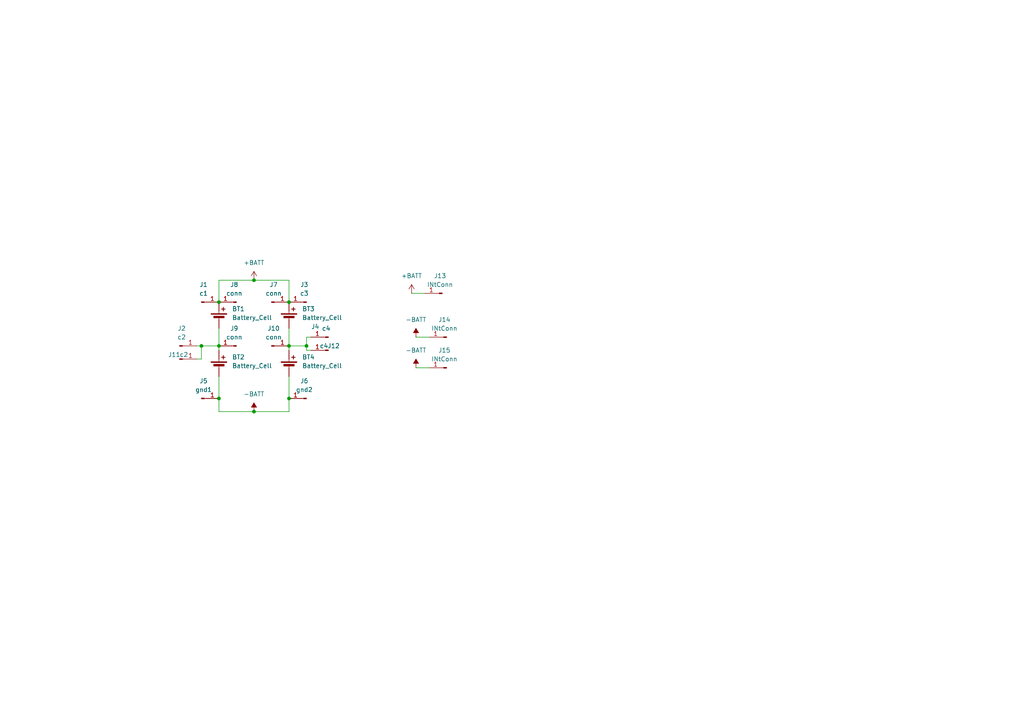
<source format=kicad_sch>
(kicad_sch (version 20250114) (generator "eeschema") (generator_version "9.0")
  (paper "A4")
  (lib_symbols
    (symbol "Connector:Conn_01x01_Pin" (pin_names (offset 1.016) (hide yes))
      (property "Reference" "J" (at 0 2.54 0))
      (property "Value" "Conn_01x01_Pin" (at 0 -2.54 0))
      (symbol "Conn_01x01_Pin_1_1"
        (rectangle (start 0.8636 0.127) (end 0 -0.127) (stroke (width 0.1524)) (fill (type outline)))
        (polyline (pts (xy 1.27 0) (xy 0.8636 0)) (stroke (width 0.1524)))
        (pin passive line (at 5.08 0 180) (length 3.81) (name "Pin_1") (number "1"))
      )
    )
    (symbol "Device:Battery_Cell" (pin_numbers (hide yes)) (pin_names (offset 0) (hide yes))
      (property "Reference" "BT" (at 2.54 2.54 0))
      (property "Value" "Battery_Cell" (at 2.54 0 0))
      (symbol "Battery_Cell_0_1"
        (rectangle (start -2.286 1.778) (end 2.286 1.524) (fill (type outline)))
        (rectangle (start -1.524 1.016) (end 1.524 0.508) (fill (type outline)))
        (polyline (pts (xy 0 1.778) (xy 0 2.54)))
        (polyline (pts (xy 0 0.762) (xy 0 0)))
        (polyline (pts (xy 0.762 3.048) (xy 1.778 3.048)) (stroke (width 0.254)))
        (polyline (pts (xy 1.27 3.556) (xy 1.27 2.54)) (stroke (width 0.254)))
      )
      (symbol "Battery_Cell_1_1"
        (pin passive line (at 0 5.08 270) (length 2.54) (name "+") (number "1"))
        (pin passive line (at 0 -2.54 90) (length 2.54) (name "-") (number "2"))
      )
    )
    (symbol "power:+BATT" (power) (pin_numbers (hide yes)) (pin_names (offset 0) (hide yes))
      (property "Value" "+BATT" (at 0 3.556 0))
      (symbol "+BATT_0_1"
        (polyline (pts (xy -0.762 1.27) (xy 0 2.54)))
        (polyline (pts (xy 0 2.54) (xy 0.762 1.27)))
        (polyline (pts (xy 0 0) (xy 0 2.54)))
      )
      (symbol "+BATT_1_1"
        (pin power_in line (at 0 0 90) (length 0) (name "~") (number "1"))
      )
    )
    (symbol "power:-BATT" (power) (pin_numbers (hide yes)) (pin_names (offset 0) (hide yes))
      (property "Value" "-BATT" (at 0 3.556 0))
      (symbol "-BATT_0_1"
        (polyline (pts (xy 0 0) (xy 0 2.54)))
        (polyline (pts (xy 0.762 1.27) (xy -0.762 1.27) (xy 0 2.54) (xy 0.762 1.27)) (fill (type outline)))
      )
      (symbol "-BATT_1_1"
        (pin power_in line (at 0 0 90) (length 0) (name "~") (number "1"))
      )
    )
  )
  (junction (at 88.9 100.33))
  (junction (at 83.82 115.57))
  (junction (at 63.5 100.33))
  (junction (at 73.66 81.28))
  (junction (at 63.5 115.57))
  (junction (at 83.82 87.63))
  (junction (at 58.42 100.33))
  (junction (at 63.5 87.63))
  (junction (at 83.82 100.33))
  (junction (at 73.66 119.38))
  (wire (pts (xy 88.9 100.33) (xy 83.82 100.33)))
  (wire (pts (xy 73.66 119.38) (xy 83.82 119.38)))
  (wire (pts (xy 119.38 85.09) (xy 123.19 85.09)))
  (wire (pts (xy 83.82 100.33) (xy 83.82 101.6)))
  (wire (pts (xy 83.82 95.25) (xy 83.82 100.33)))
  (wire (pts (xy 83.82 81.28) (xy 83.82 87.63)))
  (wire (pts (xy 63.5 81.28) (xy 63.5 87.63)))
  (wire (pts (xy 63.5 119.38) (xy 73.66 119.38)))
  (wire (pts (xy 63.5 109.22) (xy 63.5 115.57)))
  (wire (pts (xy 63.5 81.28) (xy 73.66 81.28)))
  (wire (pts (xy 63.5 115.57) (xy 63.5 119.38)))
  (wire (pts (xy 90.17 101.6) (xy 88.9 101.6)))
  (wire (pts (xy 120.65 97.79) (xy 124.46 97.79)))
  (wire (pts (xy 88.9 100.33) (xy 88.9 101.6)))
  (wire (pts (xy 57.15 104.14) (xy 58.42 104.14)))
  (wire (pts (xy 63.5 100.33) (xy 63.5 101.6)))
  (wire (pts (xy 120.65 106.68) (xy 124.46 106.68)))
  (wire (pts (xy 58.42 100.33) (xy 63.5 100.33)))
  (wire (pts (xy 57.15 100.33) (xy 58.42 100.33)))
  (wire (pts (xy 58.42 100.33) (xy 58.42 104.14)))
  (wire (pts (xy 90.17 97.79) (xy 88.9 97.79)))
  (wire (pts (xy 63.5 95.25) (xy 63.5 100.33)))
  (wire (pts (xy 83.82 109.22) (xy 83.82 115.57)))
  (wire (pts (xy 88.9 97.79) (xy 88.9 100.33)))
  (wire (pts (xy 83.82 115.57) (xy 83.82 119.38)))
  (wire (pts (xy 73.66 81.28) (xy 83.82 81.28)))
  (symbol (lib_id "Connector:Conn_01x01_Pin") (at 129.54 106.68 0) (mirror y) (unit 1)
    (property "Reference" "J15" (at 128.905 101.6 0))
    (property "Value" "INtConn" (at 128.905 104.14 0))
    (property "Footprint" "MountingHole:MountingHole_2.7mm_M2.5_Pad" (effects (hide yes)))
    (property "Description" "Generic connector, single row, 01x01, script generated" (effects (hide yes)))
  )
  (symbol (lib_id "Connector:Conn_01x01_Pin") (at 88.9 87.63 0) (mirror y) (unit 1)
    (property "Reference" "J3" (at 88.265 82.55 0))
    (property "Value" "c3" (at 88.265 85.09 0))
    (property "Footprint" "TestPoint:TestPoint_Pad_D4.0mm" (effects (hide yes)))
    (property "Description" "Generic connector, single row, 01x01, script generated" (effects (hide yes)))
  )
  (symbol (lib_id "Connector:Conn_01x01_Pin") (at 78.74 87.63 0) (unit 1)
    (property "Reference" "J7" (at 79.375 82.55 0))
    (property "Value" "conn" (at 79.375 85.09 0))
    (property "Footprint" "Connector_PinHeader_1.00mm:PinHeader_1x01_P1.00mm_Horizontal" (effects (hide yes)))
    (property "Description" "Generic connector, single row, 01x01, script generated" (effects (hide yes)))
  )
  (symbol (lib_id "Connector:Conn_01x01_Pin") (at 68.58 100.33 0) (mirror y) (unit 1)
    (property "Reference" "J9" (at 67.945 95.25 0))
    (property "Value" "conn" (at 67.945 97.79 0))
    (property "Footprint" "Connector_PinHeader_1.00mm:PinHeader_1x01_P1.00mm_Horizontal" (effects (hide yes)))
    (property "Description" "Generic connector, single row, 01x01, script generated" (effects (hide yes)))
  )
  (symbol (lib_id "Connector:Conn_01x01_Pin") (at 58.42 115.57 0) (unit 1)
    (property "Reference" "J5" (at 59.055 110.49 0))
    (property "Value" "gnd1" (at 59.055 113.03 0))
    (property "Footprint" "TestPoint:TestPoint_Pad_D4.0mm" (effects (hide yes)))
    (property "Description" "Generic connector, single row, 01x01, script generated" (effects (hide yes)))
  )
  (symbol (lib_id "power:-BATT") (at 120.65 106.68 0) (unit 1)
    (property "Reference" "#PWR05" (effects (hide yes)))
    (property "Value" "-BATT" (at 120.65 101.6 0))
    (property "Description" "Power symbol creates a global label with name \"-BATT\"" (effects (hide yes)))
  )
  (symbol (lib_id "Device:Battery_Cell") (at 83.82 92.71 0) (unit 1) (on_board no)
    (property "Reference" "BT3" (at 87.63 89.5984 0) (effects (justify left)))
    (property "Value" "Battery_Cell" (at 87.63 92.1384 0) (effects (justify left)))
    (property "Footprint" "Battery:BatteryHolder_Keystone_3034_1x20mm" (effects (hide yes)))
    (property "Description" "Single-cell battery" (effects (hide yes)))
  )
  (symbol (lib_id "Connector:Conn_01x01_Pin") (at 78.74 100.33 0) (unit 1)
    (property "Reference" "J10" (at 79.375 95.25 0))
    (property "Value" "conn" (at 79.375 97.79 0))
    (property "Footprint" "Connector_PinHeader_1.00mm:PinHeader_1x01_P1.00mm_Horizontal" (effects (hide yes)))
    (property "Description" "Generic connector, single row, 01x01, script generated" (effects (hide yes)))
  )
  (symbol (lib_id "Connector:Conn_01x01_Pin") (at 129.54 97.79 0) (mirror y) (unit 1)
    (property "Reference" "J14" (at 128.905 92.71 0))
    (property "Value" "INtConn" (at 128.905 95.25 0))
    (property "Footprint" "MountingHole:MountingHole_2.7mm_M2.5_Pad" (effects (hide yes)))
    (property "Description" "Generic connector, single row, 01x01, script generated" (effects (hide yes)))
  )
  (symbol (lib_id "Connector:Conn_01x01_Pin") (at 52.07 104.14 0) (unit 1)
    (property "Reference" "J11" (at 50.546 102.87 0))
    (property "Value" "c2" (at 53.34 102.87 0))
    (property "Footprint" "TestPoint:TestPoint_Pad_D4.0mm" (effects (hide yes)))
    (property "Description" "Generic connector, single row, 01x01, script generated" (effects (hide yes)))
  )
  (symbol (lib_id "Connector:Conn_01x01_Pin") (at 58.42 87.63 0) (unit 1)
    (property "Reference" "J1" (at 59.055 82.55 0))
    (property "Value" "c1" (at 59.055 85.09 0))
    (property "Footprint" "TestPoint:TestPoint_Pad_D4.0mm" (effects (hide yes)))
    (property "Description" "Generic connector, single row, 01x01, script generated" (effects (hide yes)))
  )
  (symbol (lib_id "power:-BATT") (at 120.65 97.79 0) (unit 1)
    (property "Reference" "#PWR04" (effects (hide yes)))
    (property "Value" "-BATT" (at 120.65 92.71 0))
    (property "Description" "Power symbol creates a global label with name \"-BATT\"" (effects (hide yes)))
  )
  (symbol (lib_id "power:-BATT") (at 73.66 119.38 0) (unit 1)
    (property "Reference" "#PWR02" (effects (hide yes)))
    (property "Value" "-BATT" (at 73.66 114.3 0))
    (property "Description" "Power symbol creates a global label with name \"-BATT\"" (effects (hide yes)))
  )
  (symbol (lib_id "power:+BATT") (at 119.38 85.09 0) (unit 1)
    (property "Reference" "#PWR03" (effects (hide yes)))
    (property "Value" "+BATT" (at 119.38 80.01 0))
    (property "Description" "Power symbol creates a global label with name \"+BATT\"" (effects (hide yes)))
  )
  (symbol (lib_id "Device:Battery_Cell") (at 63.5 92.71 0) (unit 1) (on_board no)
    (property "Reference" "BT1" (at 67.31 89.5984 0) (effects (justify left)))
    (property "Value" "Battery_Cell" (at 67.31 92.1384 0) (effects (justify left)))
    (property "Description" "Single-cell battery" (effects (hide yes)))
  )
  (symbol (lib_id "Connector:Conn_01x01_Pin") (at 95.25 101.6 0) (mirror y) (unit 1)
    (property "Reference" "J12" (at 96.774 100.33 0))
    (property "Value" "c4" (at 93.98 100.33 0))
    (property "Footprint" "TestPoint:TestPoint_Pad_D4.0mm" (effects (hide yes)))
    (property "Description" "Generic connector, single row, 01x01, script generated" (effects (hide yes)))
  )
  (symbol (lib_id "Device:Battery_Cell") (at 83.82 106.68 0) (unit 1) (on_board no)
    (property "Reference" "BT4" (at 87.63 103.5684 0) (effects (justify left)))
    (property "Value" "Battery_Cell" (at 87.63 106.1084 0) (effects (justify left)))
    (property "Description" "Single-cell battery" (effects (hide yes)))
  )
  (symbol (lib_id "Connector:Conn_01x01_Pin") (at 128.27 85.09 0) (mirror y) (unit 1)
    (property "Reference" "J13" (at 127.635 80.01 0))
    (property "Value" "INtConn" (at 127.635 82.55 0))
    (property "Footprint" "MountingHole:MountingHole_2.7mm_M2.5_Pad" (effects (hide yes)))
    (property "Description" "Generic connector, single row, 01x01, script generated" (effects (hide yes)))
  )
  (symbol (lib_id "power:+BATT") (at 73.66 81.28 0) (unit 1)
    (property "Reference" "#PWR01" (effects (hide yes)))
    (property "Value" "+BATT" (at 73.66 76.2 0))
    (property "Description" "Power symbol creates a global label with name \"+BATT\"" (effects (hide yes)))
  )
  (symbol (lib_id "Connector:Conn_01x01_Pin") (at 68.58 87.63 0) (mirror y) (unit 1)
    (property "Reference" "J8" (at 67.945 82.55 0))
    (property "Value" "conn" (at 67.945 85.09 0))
    (property "Footprint" "Connector_PinHeader_1.00mm:PinHeader_1x01_P1.00mm_Horizontal" (effects (hide yes)))
    (property "Description" "Generic connector, single row, 01x01, script generated" (effects (hide yes)))
  )
  (symbol (lib_id "Connector:Conn_01x01_Pin") (at 88.9 115.57 0) (mirror y) (unit 1)
    (property "Reference" "J6" (at 88.265 110.49 0))
    (property "Value" "gnd2" (at 88.265 113.03 0))
    (property "Footprint" "TestPoint:TestPoint_Pad_D4.0mm" (effects (hide yes)))
    (property "Description" "Generic connector, single row, 01x01, script generated" (effects (hide yes)))
  )
  (symbol (lib_id "Device:Battery_Cell") (at 63.5 106.68 0) (unit 1) (on_board no)
    (property "Reference" "BT2" (at 67.31 103.5684 0) (effects (justify left)))
    (property "Value" "Battery_Cell" (at 67.31 106.1084 0) (effects (justify left)))
    (property "Description" "Single-cell battery" (effects (hide yes)))
  )
  (symbol (lib_id "Connector:Conn_01x01_Pin") (at 95.25 97.79 0) (mirror y) (unit 1)
    (property "Reference" "J4" (at 91.44 94.742 0))
    (property "Value" "c4" (at 94.615 95.25 0))
    (property "Footprint" "TestPoint:TestPoint_Pad_D4.0mm" (effects (hide yes)))
    (property "Description" "Generic connector, single row, 01x01, script generated" (effects (hide yes)))
  )
  (symbol (lib_id "Connector:Conn_01x01_Pin") (at 52.07 100.33 0) (unit 1)
    (property "Reference" "J2" (at 52.705 95.25 0))
    (property "Value" "c2" (at 52.705 97.79 0))
    (property "Footprint" "TestPoint:TestPoint_Pad_D4.0mm" (effects (hide yes)))
    (property "Description" "Generic connector, single row, 01x01, script generated" (effects (hide yes)))
  )
)
</source>
